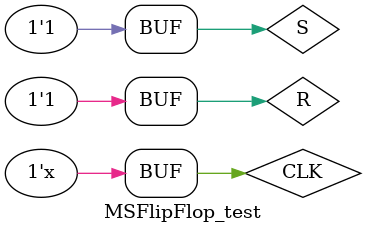
<source format=v>
`timescale 1ns / 1ps


module MSFlipFlop_test;

	// Inputs
	reg CLK;
	reg R;
	reg S;

	// Outputs
	wire Q;
	wire Q_L;

	// Instantiate the Unit Under Test (UUT)
	MSFlipFlop uut (
		.CLK(CLK), 
		.R(R), 
		.S(S), 
		.Q(Q), 
		.Q_L(Q_L)
	);

	initial begin
		// Initialize Inputs
		CLK = 1;
		R = 0;
		S = 1;
		#500;
		
		R = 1;
		S = 0;
		#500;
		
		R = 0;
		S = 0;
		#200;
		S = 1;
		#50;
		S = 0;
		#250;
		
		R = 1;
		S = 1;
		#500;
	end
      
	always #95 CLK = ~CLK;
endmodule


</source>
